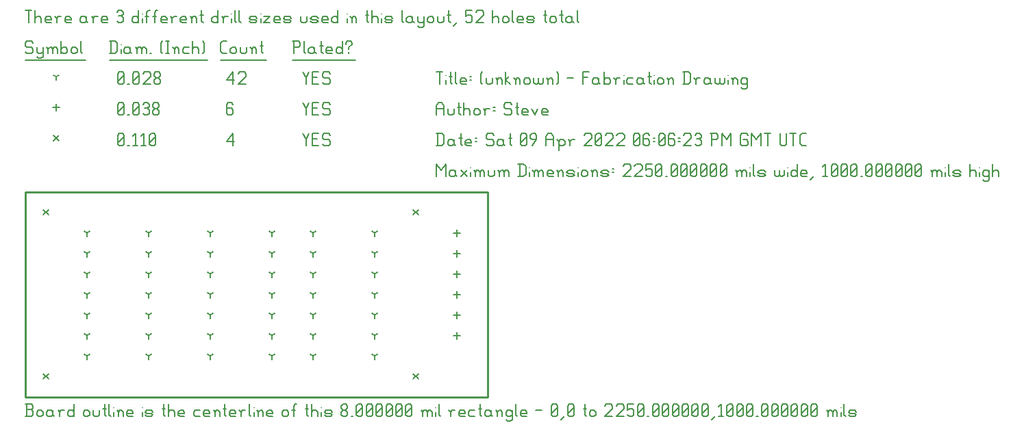
<source format=gbr>
G04 start of page 17 for group -3984 idx -3984 *
G04 Title: (unknown), fab *
G04 Creator: pcb 20140316 *
G04 CreationDate: Sat 09 Apr 2022 06:06:23 PM GMT UTC *
G04 For: steve *
G04 Format: Gerber/RS-274X *
G04 PCB-Dimensions (mil): 2250.00 1000.00 *
G04 PCB-Coordinate-Origin: lower left *
%MOIN*%
%FSLAX25Y25*%
%LNFAB*%
%ADD53C,0.0100*%
%ADD52C,0.0075*%
%ADD51C,0.0060*%
%ADD50C,0.0080*%
G54D50*X188800Y91200D02*X191200Y88800D01*
X188800D02*X191200Y91200D01*
X188800Y11200D02*X191200Y8800D01*
X188800D02*X191200Y11200D01*
X8800Y91200D02*X11200Y88800D01*
X8800D02*X11200Y91200D01*
X8800Y11200D02*X11200Y8800D01*
X8800D02*X11200Y11200D01*
X13800Y127450D02*X16200Y125050D01*
X13800D02*X16200Y127450D01*
G54D51*X135000Y128500D02*X136500Y125500D01*
X138000Y128500D01*
X136500Y125500D02*Y122500D01*
X139800Y125800D02*X142050D01*
X139800Y122500D02*X142800D01*
X139800Y128500D02*Y122500D01*
Y128500D02*X142800D01*
X147600D02*X148350Y127750D01*
X145350Y128500D02*X147600D01*
X144600Y127750D02*X145350Y128500D01*
X144600Y127750D02*Y126250D01*
X145350Y125500D01*
X147600D01*
X148350Y124750D01*
Y123250D01*
X147600Y122500D02*X148350Y123250D01*
X145350Y122500D02*X147600D01*
X144600Y123250D02*X145350Y122500D01*
X98000Y124750D02*X101000Y128500D01*
X98000Y124750D02*X101750D01*
X101000Y128500D02*Y122500D01*
X45000Y123250D02*X45750Y122500D01*
X45000Y127750D02*Y123250D01*
Y127750D02*X45750Y128500D01*
X47250D01*
X48000Y127750D01*
Y123250D01*
X47250Y122500D02*X48000Y123250D01*
X45750Y122500D02*X47250D01*
X45000Y124000D02*X48000Y127000D01*
X49800Y122500D02*X50550D01*
X52350Y127300D02*X53550Y128500D01*
Y122500D01*
X52350D02*X54600D01*
X56400Y127300D02*X57600Y128500D01*
Y122500D01*
X56400D02*X58650D01*
X60450Y123250D02*X61200Y122500D01*
X60450Y127750D02*Y123250D01*
Y127750D02*X61200Y128500D01*
X62700D01*
X63450Y127750D01*
Y123250D01*
X62700Y122500D02*X63450Y123250D01*
X61200Y122500D02*X62700D01*
X60450Y124000D02*X63450Y127000D01*
X210000Y81600D02*Y78400D01*
X208400Y80000D02*X211600D01*
X210000Y71600D02*Y68400D01*
X208400Y70000D02*X211600D01*
X210000Y61600D02*Y58400D01*
X208400Y60000D02*X211600D01*
X210000Y51600D02*Y48400D01*
X208400Y50000D02*X211600D01*
X210000Y41600D02*Y38400D01*
X208400Y40000D02*X211600D01*
X210000Y31600D02*Y28400D01*
X208400Y30000D02*X211600D01*
X15000Y142850D02*Y139650D01*
X13400Y141250D02*X16600D01*
X135000Y143500D02*X136500Y140500D01*
X138000Y143500D01*
X136500Y140500D02*Y137500D01*
X139800Y140800D02*X142050D01*
X139800Y137500D02*X142800D01*
X139800Y143500D02*Y137500D01*
Y143500D02*X142800D01*
X147600D02*X148350Y142750D01*
X145350Y143500D02*X147600D01*
X144600Y142750D02*X145350Y143500D01*
X144600Y142750D02*Y141250D01*
X145350Y140500D01*
X147600D01*
X148350Y139750D01*
Y138250D01*
X147600Y137500D02*X148350Y138250D01*
X145350Y137500D02*X147600D01*
X144600Y138250D02*X145350Y137500D01*
X100250Y143500D02*X101000Y142750D01*
X98750Y143500D02*X100250D01*
X98000Y142750D02*X98750Y143500D01*
X98000Y142750D02*Y138250D01*
X98750Y137500D01*
X100250Y140800D02*X101000Y140050D01*
X98000Y140800D02*X100250D01*
X98750Y137500D02*X100250D01*
X101000Y138250D01*
Y140050D02*Y138250D01*
X45000D02*X45750Y137500D01*
X45000Y142750D02*Y138250D01*
Y142750D02*X45750Y143500D01*
X47250D01*
X48000Y142750D01*
Y138250D01*
X47250Y137500D02*X48000Y138250D01*
X45750Y137500D02*X47250D01*
X45000Y139000D02*X48000Y142000D01*
X49800Y137500D02*X50550D01*
X52350Y138250D02*X53100Y137500D01*
X52350Y142750D02*Y138250D01*
Y142750D02*X53100Y143500D01*
X54600D01*
X55350Y142750D01*
Y138250D01*
X54600Y137500D02*X55350Y138250D01*
X53100Y137500D02*X54600D01*
X52350Y139000D02*X55350Y142000D01*
X57150Y142750D02*X57900Y143500D01*
X59400D01*
X60150Y142750D01*
X59400Y137500D02*X60150Y138250D01*
X57900Y137500D02*X59400D01*
X57150Y138250D02*X57900Y137500D01*
Y140800D02*X59400D01*
X60150Y142750D02*Y141550D01*
Y140050D02*Y138250D01*
Y140050D02*X59400Y140800D01*
X60150Y141550D02*X59400Y140800D01*
X61950Y138250D02*X62700Y137500D01*
X61950Y139450D02*Y138250D01*
Y139450D02*X63000Y140500D01*
X63900D01*
X64950Y139450D01*
Y138250D01*
X64200Y137500D02*X64950Y138250D01*
X62700Y137500D02*X64200D01*
X61950Y141550D02*X63000Y140500D01*
X61950Y142750D02*Y141550D01*
Y142750D02*X62700Y143500D01*
X64200D01*
X64950Y142750D01*
Y141550D01*
X63900Y140500D02*X64950Y141550D01*
X30000Y80000D02*Y78400D01*
Y80000D02*X31387Y80800D01*
X30000Y80000D02*X28613Y80800D01*
X30000Y70000D02*Y68400D01*
Y70000D02*X31387Y70800D01*
X30000Y70000D02*X28613Y70800D01*
X30000Y60000D02*Y58400D01*
Y60000D02*X31387Y60800D01*
X30000Y60000D02*X28613Y60800D01*
X30000Y50000D02*Y48400D01*
Y50000D02*X31387Y50800D01*
X30000Y50000D02*X28613Y50800D01*
X30000Y40000D02*Y38400D01*
Y40000D02*X31387Y40800D01*
X30000Y40000D02*X28613Y40800D01*
X30000Y30000D02*Y28400D01*
Y30000D02*X31387Y30800D01*
X30000Y30000D02*X28613Y30800D01*
X30000Y20000D02*Y18400D01*
Y20000D02*X31387Y20800D01*
X30000Y20000D02*X28613Y20800D01*
X60000Y20000D02*Y18400D01*
Y20000D02*X61387Y20800D01*
X60000Y20000D02*X58613Y20800D01*
X60000Y30000D02*Y28400D01*
Y30000D02*X61387Y30800D01*
X60000Y30000D02*X58613Y30800D01*
X60000Y40000D02*Y38400D01*
Y40000D02*X61387Y40800D01*
X60000Y40000D02*X58613Y40800D01*
X60000Y50000D02*Y48400D01*
Y50000D02*X61387Y50800D01*
X60000Y50000D02*X58613Y50800D01*
X60000Y60000D02*Y58400D01*
Y60000D02*X61387Y60800D01*
X60000Y60000D02*X58613Y60800D01*
X60000Y70000D02*Y68400D01*
Y70000D02*X61387Y70800D01*
X60000Y70000D02*X58613Y70800D01*
X60000Y80000D02*Y78400D01*
Y80000D02*X61387Y80800D01*
X60000Y80000D02*X58613Y80800D01*
X90000Y80000D02*Y78400D01*
Y80000D02*X91387Y80800D01*
X90000Y80000D02*X88613Y80800D01*
X90000Y70000D02*Y68400D01*
Y70000D02*X91387Y70800D01*
X90000Y70000D02*X88613Y70800D01*
X90000Y60000D02*Y58400D01*
Y60000D02*X91387Y60800D01*
X90000Y60000D02*X88613Y60800D01*
X90000Y50000D02*Y48400D01*
Y50000D02*X91387Y50800D01*
X90000Y50000D02*X88613Y50800D01*
X90000Y40000D02*Y38400D01*
Y40000D02*X91387Y40800D01*
X90000Y40000D02*X88613Y40800D01*
X90000Y30000D02*Y28400D01*
Y30000D02*X91387Y30800D01*
X90000Y30000D02*X88613Y30800D01*
X90000Y20000D02*Y18400D01*
Y20000D02*X91387Y20800D01*
X90000Y20000D02*X88613Y20800D01*
X120000Y20000D02*Y18400D01*
Y20000D02*X121387Y20800D01*
X120000Y20000D02*X118613Y20800D01*
X120000Y30000D02*Y28400D01*
Y30000D02*X121387Y30800D01*
X120000Y30000D02*X118613Y30800D01*
X120000Y40000D02*Y38400D01*
Y40000D02*X121387Y40800D01*
X120000Y40000D02*X118613Y40800D01*
X120000Y50000D02*Y48400D01*
Y50000D02*X121387Y50800D01*
X120000Y50000D02*X118613Y50800D01*
X120000Y60000D02*Y58400D01*
Y60000D02*X121387Y60800D01*
X120000Y60000D02*X118613Y60800D01*
X120000Y70000D02*Y68400D01*
Y70000D02*X121387Y70800D01*
X120000Y70000D02*X118613Y70800D01*
X120000Y80000D02*Y78400D01*
Y80000D02*X121387Y80800D01*
X120000Y80000D02*X118613Y80800D01*
X140000Y80000D02*Y78400D01*
Y80000D02*X141387Y80800D01*
X140000Y80000D02*X138613Y80800D01*
X140000Y70000D02*Y68400D01*
Y70000D02*X141387Y70800D01*
X140000Y70000D02*X138613Y70800D01*
X140000Y60000D02*Y58400D01*
Y60000D02*X141387Y60800D01*
X140000Y60000D02*X138613Y60800D01*
X140000Y50000D02*Y48400D01*
Y50000D02*X141387Y50800D01*
X140000Y50000D02*X138613Y50800D01*
X140000Y40000D02*Y38400D01*
Y40000D02*X141387Y40800D01*
X140000Y40000D02*X138613Y40800D01*
X140000Y30000D02*Y28400D01*
Y30000D02*X141387Y30800D01*
X140000Y30000D02*X138613Y30800D01*
X140000Y20000D02*Y18400D01*
Y20000D02*X141387Y20800D01*
X140000Y20000D02*X138613Y20800D01*
X170000Y20000D02*Y18400D01*
Y20000D02*X171387Y20800D01*
X170000Y20000D02*X168613Y20800D01*
X170000Y30000D02*Y28400D01*
Y30000D02*X171387Y30800D01*
X170000Y30000D02*X168613Y30800D01*
X170000Y40000D02*Y38400D01*
Y40000D02*X171387Y40800D01*
X170000Y40000D02*X168613Y40800D01*
X170000Y50000D02*Y48400D01*
Y50000D02*X171387Y50800D01*
X170000Y50000D02*X168613Y50800D01*
X170000Y60000D02*Y58400D01*
Y60000D02*X171387Y60800D01*
X170000Y60000D02*X168613Y60800D01*
X170000Y70000D02*Y68400D01*
Y70000D02*X171387Y70800D01*
X170000Y70000D02*X168613Y70800D01*
X170000Y80000D02*Y78400D01*
Y80000D02*X171387Y80800D01*
X170000Y80000D02*X168613Y80800D01*
X15000Y156250D02*Y154650D01*
Y156250D02*X16387Y157050D01*
X15000Y156250D02*X13613Y157050D01*
X135000Y158500D02*X136500Y155500D01*
X138000Y158500D01*
X136500Y155500D02*Y152500D01*
X139800Y155800D02*X142050D01*
X139800Y152500D02*X142800D01*
X139800Y158500D02*Y152500D01*
Y158500D02*X142800D01*
X147600D02*X148350Y157750D01*
X145350Y158500D02*X147600D01*
X144600Y157750D02*X145350Y158500D01*
X144600Y157750D02*Y156250D01*
X145350Y155500D01*
X147600D01*
X148350Y154750D01*
Y153250D01*
X147600Y152500D02*X148350Y153250D01*
X145350Y152500D02*X147600D01*
X144600Y153250D02*X145350Y152500D01*
X98000Y154750D02*X101000Y158500D01*
X98000Y154750D02*X101750D01*
X101000Y158500D02*Y152500D01*
X103550Y157750D02*X104300Y158500D01*
X106550D01*
X107300Y157750D01*
Y156250D01*
X103550Y152500D02*X107300Y156250D01*
X103550Y152500D02*X107300D01*
X45000Y153250D02*X45750Y152500D01*
X45000Y157750D02*Y153250D01*
Y157750D02*X45750Y158500D01*
X47250D01*
X48000Y157750D01*
Y153250D01*
X47250Y152500D02*X48000Y153250D01*
X45750Y152500D02*X47250D01*
X45000Y154000D02*X48000Y157000D01*
X49800Y152500D02*X50550D01*
X52350Y153250D02*X53100Y152500D01*
X52350Y157750D02*Y153250D01*
Y157750D02*X53100Y158500D01*
X54600D01*
X55350Y157750D01*
Y153250D01*
X54600Y152500D02*X55350Y153250D01*
X53100Y152500D02*X54600D01*
X52350Y154000D02*X55350Y157000D01*
X57150Y157750D02*X57900Y158500D01*
X60150D01*
X60900Y157750D01*
Y156250D01*
X57150Y152500D02*X60900Y156250D01*
X57150Y152500D02*X60900D01*
X62700Y153250D02*X63450Y152500D01*
X62700Y154450D02*Y153250D01*
Y154450D02*X63750Y155500D01*
X64650D01*
X65700Y154450D01*
Y153250D01*
X64950Y152500D02*X65700Y153250D01*
X63450Y152500D02*X64950D01*
X62700Y156550D02*X63750Y155500D01*
X62700Y157750D02*Y156550D01*
Y157750D02*X63450Y158500D01*
X64950D01*
X65700Y157750D01*
Y156550D01*
X64650Y155500D02*X65700Y156550D01*
X3000Y173500D02*X3750Y172750D01*
X750Y173500D02*X3000D01*
X0Y172750D02*X750Y173500D01*
X0Y172750D02*Y171250D01*
X750Y170500D01*
X3000D01*
X3750Y169750D01*
Y168250D01*
X3000Y167500D02*X3750Y168250D01*
X750Y167500D02*X3000D01*
X0Y168250D02*X750Y167500D01*
X5550Y170500D02*Y168250D01*
X6300Y167500D01*
X8550Y170500D02*Y166000D01*
X7800Y165250D02*X8550Y166000D01*
X6300Y165250D02*X7800D01*
X5550Y166000D02*X6300Y165250D01*
Y167500D02*X7800D01*
X8550Y168250D01*
X11100Y169750D02*Y167500D01*
Y169750D02*X11850Y170500D01*
X12600D01*
X13350Y169750D01*
Y167500D01*
Y169750D02*X14100Y170500D01*
X14850D01*
X15600Y169750D01*
Y167500D01*
X10350Y170500D02*X11100Y169750D01*
X17400Y173500D02*Y167500D01*
Y168250D02*X18150Y167500D01*
X19650D01*
X20400Y168250D01*
Y169750D02*Y168250D01*
X19650Y170500D02*X20400Y169750D01*
X18150Y170500D02*X19650D01*
X17400Y169750D02*X18150Y170500D01*
X22200Y169750D02*Y168250D01*
Y169750D02*X22950Y170500D01*
X24450D01*
X25200Y169750D01*
Y168250D01*
X24450Y167500D02*X25200Y168250D01*
X22950Y167500D02*X24450D01*
X22200Y168250D02*X22950Y167500D01*
X27000Y173500D02*Y168250D01*
X27750Y167500D01*
X0Y164250D02*X29250D01*
X41750Y173500D02*Y167500D01*
X43700Y173500D02*X44750Y172450D01*
Y168550D01*
X43700Y167500D02*X44750Y168550D01*
X41000Y167500D02*X43700D01*
X41000Y173500D02*X43700D01*
G54D52*X46550Y172000D02*Y171850D01*
G54D51*Y169750D02*Y167500D01*
X50300Y170500D02*X51050Y169750D01*
X48800Y170500D02*X50300D01*
X48050Y169750D02*X48800Y170500D01*
X48050Y169750D02*Y168250D01*
X48800Y167500D01*
X51050Y170500D02*Y168250D01*
X51800Y167500D01*
X48800D02*X50300D01*
X51050Y168250D01*
X54350Y169750D02*Y167500D01*
Y169750D02*X55100Y170500D01*
X55850D01*
X56600Y169750D01*
Y167500D01*
Y169750D02*X57350Y170500D01*
X58100D01*
X58850Y169750D01*
Y167500D01*
X53600Y170500D02*X54350Y169750D01*
X60650Y167500D02*X61400D01*
X65900Y168250D02*X66650Y167500D01*
X65900Y172750D02*X66650Y173500D01*
X65900Y172750D02*Y168250D01*
X68450Y173500D02*X69950D01*
X69200D02*Y167500D01*
X68450D02*X69950D01*
X72500Y169750D02*Y167500D01*
Y169750D02*X73250Y170500D01*
X74000D01*
X74750Y169750D01*
Y167500D01*
X71750Y170500D02*X72500Y169750D01*
X77300Y170500D02*X79550D01*
X76550Y169750D02*X77300Y170500D01*
X76550Y169750D02*Y168250D01*
X77300Y167500D01*
X79550D01*
X81350Y173500D02*Y167500D01*
Y169750D02*X82100Y170500D01*
X83600D01*
X84350Y169750D01*
Y167500D01*
X86150Y173500D02*X86900Y172750D01*
Y168250D01*
X86150Y167500D02*X86900Y168250D01*
X41000Y164250D02*X88700D01*
X96050Y167500D02*X98000D01*
X95000Y168550D02*X96050Y167500D01*
X95000Y172450D02*Y168550D01*
Y172450D02*X96050Y173500D01*
X98000D01*
X99800Y169750D02*Y168250D01*
Y169750D02*X100550Y170500D01*
X102050D01*
X102800Y169750D01*
Y168250D01*
X102050Y167500D02*X102800Y168250D01*
X100550Y167500D02*X102050D01*
X99800Y168250D02*X100550Y167500D01*
X104600Y170500D02*Y168250D01*
X105350Y167500D01*
X106850D01*
X107600Y168250D01*
Y170500D02*Y168250D01*
X110150Y169750D02*Y167500D01*
Y169750D02*X110900Y170500D01*
X111650D01*
X112400Y169750D01*
Y167500D01*
X109400Y170500D02*X110150Y169750D01*
X114950Y173500D02*Y168250D01*
X115700Y167500D01*
X114200Y171250D02*X115700D01*
X95000Y164250D02*X117200D01*
X130750Y173500D02*Y167500D01*
X130000Y173500D02*X133000D01*
X133750Y172750D01*
Y171250D01*
X133000Y170500D02*X133750Y171250D01*
X130750Y170500D02*X133000D01*
X135550Y173500D02*Y168250D01*
X136300Y167500D01*
X140050Y170500D02*X140800Y169750D01*
X138550Y170500D02*X140050D01*
X137800Y169750D02*X138550Y170500D01*
X137800Y169750D02*Y168250D01*
X138550Y167500D01*
X140800Y170500D02*Y168250D01*
X141550Y167500D01*
X138550D02*X140050D01*
X140800Y168250D01*
X144100Y173500D02*Y168250D01*
X144850Y167500D01*
X143350Y171250D02*X144850D01*
X147100Y167500D02*X149350D01*
X146350Y168250D02*X147100Y167500D01*
X146350Y169750D02*Y168250D01*
Y169750D02*X147100Y170500D01*
X148600D01*
X149350Y169750D01*
X146350Y169000D02*X149350D01*
Y169750D02*Y169000D01*
X154150Y173500D02*Y167500D01*
X153400D02*X154150Y168250D01*
X151900Y167500D02*X153400D01*
X151150Y168250D02*X151900Y167500D01*
X151150Y169750D02*Y168250D01*
Y169750D02*X151900Y170500D01*
X153400D01*
X154150Y169750D01*
X157450Y170500D02*Y169750D01*
Y168250D02*Y167500D01*
X155950Y172750D02*Y172000D01*
Y172750D02*X156700Y173500D01*
X158200D01*
X158950Y172750D01*
Y172000D01*
X157450Y170500D02*X158950Y172000D01*
X130000Y164250D02*X160750D01*
X0Y188500D02*X3000D01*
X1500D02*Y182500D01*
X4800Y188500D02*Y182500D01*
Y184750D02*X5550Y185500D01*
X7050D01*
X7800Y184750D01*
Y182500D01*
X10350D02*X12600D01*
X9600Y183250D02*X10350Y182500D01*
X9600Y184750D02*Y183250D01*
Y184750D02*X10350Y185500D01*
X11850D01*
X12600Y184750D01*
X9600Y184000D02*X12600D01*
Y184750D02*Y184000D01*
X15150Y184750D02*Y182500D01*
Y184750D02*X15900Y185500D01*
X17400D01*
X14400D02*X15150Y184750D01*
X19950Y182500D02*X22200D01*
X19200Y183250D02*X19950Y182500D01*
X19200Y184750D02*Y183250D01*
Y184750D02*X19950Y185500D01*
X21450D01*
X22200Y184750D01*
X19200Y184000D02*X22200D01*
Y184750D02*Y184000D01*
X28950Y185500D02*X29700Y184750D01*
X27450Y185500D02*X28950D01*
X26700Y184750D02*X27450Y185500D01*
X26700Y184750D02*Y183250D01*
X27450Y182500D01*
X29700Y185500D02*Y183250D01*
X30450Y182500D01*
X27450D02*X28950D01*
X29700Y183250D01*
X33000Y184750D02*Y182500D01*
Y184750D02*X33750Y185500D01*
X35250D01*
X32250D02*X33000Y184750D01*
X37800Y182500D02*X40050D01*
X37050Y183250D02*X37800Y182500D01*
X37050Y184750D02*Y183250D01*
Y184750D02*X37800Y185500D01*
X39300D01*
X40050Y184750D01*
X37050Y184000D02*X40050D01*
Y184750D02*Y184000D01*
X44550Y187750D02*X45300Y188500D01*
X46800D01*
X47550Y187750D01*
X46800Y182500D02*X47550Y183250D01*
X45300Y182500D02*X46800D01*
X44550Y183250D02*X45300Y182500D01*
Y185800D02*X46800D01*
X47550Y187750D02*Y186550D01*
Y185050D02*Y183250D01*
Y185050D02*X46800Y185800D01*
X47550Y186550D02*X46800Y185800D01*
X55050Y188500D02*Y182500D01*
X54300D02*X55050Y183250D01*
X52800Y182500D02*X54300D01*
X52050Y183250D02*X52800Y182500D01*
X52050Y184750D02*Y183250D01*
Y184750D02*X52800Y185500D01*
X54300D01*
X55050Y184750D01*
G54D52*X56850Y187000D02*Y186850D01*
G54D51*Y184750D02*Y182500D01*
X59100Y187750D02*Y182500D01*
Y187750D02*X59850Y188500D01*
X60600D01*
X58350Y185500D02*X59850D01*
X62850Y187750D02*Y182500D01*
Y187750D02*X63600Y188500D01*
X64350D01*
X62100Y185500D02*X63600D01*
X66600Y182500D02*X68850D01*
X65850Y183250D02*X66600Y182500D01*
X65850Y184750D02*Y183250D01*
Y184750D02*X66600Y185500D01*
X68100D01*
X68850Y184750D01*
X65850Y184000D02*X68850D01*
Y184750D02*Y184000D01*
X71400Y184750D02*Y182500D01*
Y184750D02*X72150Y185500D01*
X73650D01*
X70650D02*X71400Y184750D01*
X76200Y182500D02*X78450D01*
X75450Y183250D02*X76200Y182500D01*
X75450Y184750D02*Y183250D01*
Y184750D02*X76200Y185500D01*
X77700D01*
X78450Y184750D01*
X75450Y184000D02*X78450D01*
Y184750D02*Y184000D01*
X81000Y184750D02*Y182500D01*
Y184750D02*X81750Y185500D01*
X82500D01*
X83250Y184750D01*
Y182500D01*
X80250Y185500D02*X81000Y184750D01*
X85800Y188500D02*Y183250D01*
X86550Y182500D01*
X85050Y186250D02*X86550D01*
X93750Y188500D02*Y182500D01*
X93000D02*X93750Y183250D01*
X91500Y182500D02*X93000D01*
X90750Y183250D02*X91500Y182500D01*
X90750Y184750D02*Y183250D01*
Y184750D02*X91500Y185500D01*
X93000D01*
X93750Y184750D01*
X96300D02*Y182500D01*
Y184750D02*X97050Y185500D01*
X98550D01*
X95550D02*X96300Y184750D01*
G54D52*X100350Y187000D02*Y186850D01*
G54D51*Y184750D02*Y182500D01*
X101850Y188500D02*Y183250D01*
X102600Y182500D01*
X104100Y188500D02*Y183250D01*
X104850Y182500D01*
X109800D02*X112050D01*
X112800Y183250D01*
X112050Y184000D02*X112800Y183250D01*
X109800Y184000D02*X112050D01*
X109050Y184750D02*X109800Y184000D01*
X109050Y184750D02*X109800Y185500D01*
X112050D01*
X112800Y184750D01*
X109050Y183250D02*X109800Y182500D01*
G54D52*X114600Y187000D02*Y186850D01*
G54D51*Y184750D02*Y182500D01*
X116100Y185500D02*X119100D01*
X116100Y182500D02*X119100Y185500D01*
X116100Y182500D02*X119100D01*
X121650D02*X123900D01*
X120900Y183250D02*X121650Y182500D01*
X120900Y184750D02*Y183250D01*
Y184750D02*X121650Y185500D01*
X123150D01*
X123900Y184750D01*
X120900Y184000D02*X123900D01*
Y184750D02*Y184000D01*
X126450Y182500D02*X128700D01*
X129450Y183250D01*
X128700Y184000D02*X129450Y183250D01*
X126450Y184000D02*X128700D01*
X125700Y184750D02*X126450Y184000D01*
X125700Y184750D02*X126450Y185500D01*
X128700D01*
X129450Y184750D01*
X125700Y183250D02*X126450Y182500D01*
X133950Y185500D02*Y183250D01*
X134700Y182500D01*
X136200D01*
X136950Y183250D01*
Y185500D02*Y183250D01*
X139500Y182500D02*X141750D01*
X142500Y183250D01*
X141750Y184000D02*X142500Y183250D01*
X139500Y184000D02*X141750D01*
X138750Y184750D02*X139500Y184000D01*
X138750Y184750D02*X139500Y185500D01*
X141750D01*
X142500Y184750D01*
X138750Y183250D02*X139500Y182500D01*
X145050D02*X147300D01*
X144300Y183250D02*X145050Y182500D01*
X144300Y184750D02*Y183250D01*
Y184750D02*X145050Y185500D01*
X146550D01*
X147300Y184750D01*
X144300Y184000D02*X147300D01*
Y184750D02*Y184000D01*
X152100Y188500D02*Y182500D01*
X151350D02*X152100Y183250D01*
X149850Y182500D02*X151350D01*
X149100Y183250D02*X149850Y182500D01*
X149100Y184750D02*Y183250D01*
Y184750D02*X149850Y185500D01*
X151350D01*
X152100Y184750D01*
G54D52*X156600Y187000D02*Y186850D01*
G54D51*Y184750D02*Y182500D01*
X158850Y184750D02*Y182500D01*
Y184750D02*X159600Y185500D01*
X160350D01*
X161100Y184750D01*
Y182500D01*
X158100Y185500D02*X158850Y184750D01*
X166350Y188500D02*Y183250D01*
X167100Y182500D01*
X165600Y186250D02*X167100D01*
X168600Y188500D02*Y182500D01*
Y184750D02*X169350Y185500D01*
X170850D01*
X171600Y184750D01*
Y182500D01*
G54D52*X173400Y187000D02*Y186850D01*
G54D51*Y184750D02*Y182500D01*
X175650D02*X177900D01*
X178650Y183250D01*
X177900Y184000D02*X178650Y183250D01*
X175650Y184000D02*X177900D01*
X174900Y184750D02*X175650Y184000D01*
X174900Y184750D02*X175650Y185500D01*
X177900D01*
X178650Y184750D01*
X174900Y183250D02*X175650Y182500D01*
X183150Y188500D02*Y183250D01*
X183900Y182500D01*
X187650Y185500D02*X188400Y184750D01*
X186150Y185500D02*X187650D01*
X185400Y184750D02*X186150Y185500D01*
X185400Y184750D02*Y183250D01*
X186150Y182500D01*
X188400Y185500D02*Y183250D01*
X189150Y182500D01*
X186150D02*X187650D01*
X188400Y183250D01*
X190950Y185500D02*Y183250D01*
X191700Y182500D01*
X193950Y185500D02*Y181000D01*
X193200Y180250D02*X193950Y181000D01*
X191700Y180250D02*X193200D01*
X190950Y181000D02*X191700Y180250D01*
Y182500D02*X193200D01*
X193950Y183250D01*
X195750Y184750D02*Y183250D01*
Y184750D02*X196500Y185500D01*
X198000D01*
X198750Y184750D01*
Y183250D01*
X198000Y182500D02*X198750Y183250D01*
X196500Y182500D02*X198000D01*
X195750Y183250D02*X196500Y182500D01*
X200550Y185500D02*Y183250D01*
X201300Y182500D01*
X202800D01*
X203550Y183250D01*
Y185500D02*Y183250D01*
X206100Y188500D02*Y183250D01*
X206850Y182500D01*
X205350Y186250D02*X206850D01*
X208350Y181000D02*X209850Y182500D01*
X214350Y188500D02*X217350D01*
X214350D02*Y185500D01*
X215100Y186250D01*
X216600D01*
X217350Y185500D01*
Y183250D01*
X216600Y182500D02*X217350Y183250D01*
X215100Y182500D02*X216600D01*
X214350Y183250D02*X215100Y182500D01*
X219150Y187750D02*X219900Y188500D01*
X222150D01*
X222900Y187750D01*
Y186250D01*
X219150Y182500D02*X222900Y186250D01*
X219150Y182500D02*X222900D01*
X227400Y188500D02*Y182500D01*
Y184750D02*X228150Y185500D01*
X229650D01*
X230400Y184750D01*
Y182500D01*
X232200Y184750D02*Y183250D01*
Y184750D02*X232950Y185500D01*
X234450D01*
X235200Y184750D01*
Y183250D01*
X234450Y182500D02*X235200Y183250D01*
X232950Y182500D02*X234450D01*
X232200Y183250D02*X232950Y182500D01*
X237000Y188500D02*Y183250D01*
X237750Y182500D01*
X240000D02*X242250D01*
X239250Y183250D02*X240000Y182500D01*
X239250Y184750D02*Y183250D01*
Y184750D02*X240000Y185500D01*
X241500D01*
X242250Y184750D01*
X239250Y184000D02*X242250D01*
Y184750D02*Y184000D01*
X244800Y182500D02*X247050D01*
X247800Y183250D01*
X247050Y184000D02*X247800Y183250D01*
X244800Y184000D02*X247050D01*
X244050Y184750D02*X244800Y184000D01*
X244050Y184750D02*X244800Y185500D01*
X247050D01*
X247800Y184750D01*
X244050Y183250D02*X244800Y182500D01*
X253050Y188500D02*Y183250D01*
X253800Y182500D01*
X252300Y186250D02*X253800D01*
X255300Y184750D02*Y183250D01*
Y184750D02*X256050Y185500D01*
X257550D01*
X258300Y184750D01*
Y183250D01*
X257550Y182500D02*X258300Y183250D01*
X256050Y182500D02*X257550D01*
X255300Y183250D02*X256050Y182500D01*
X260850Y188500D02*Y183250D01*
X261600Y182500D01*
X260100Y186250D02*X261600D01*
X265350Y185500D02*X266100Y184750D01*
X263850Y185500D02*X265350D01*
X263100Y184750D02*X263850Y185500D01*
X263100Y184750D02*Y183250D01*
X263850Y182500D01*
X266100Y185500D02*Y183250D01*
X266850Y182500D01*
X263850D02*X265350D01*
X266100Y183250D01*
X268650Y188500D02*Y183250D01*
X269400Y182500D01*
G54D53*X0Y100000D02*X225000D01*
X0D02*Y0D01*
X225000Y100000D02*Y0D01*
X0D02*X225000D01*
G54D51*X200000Y113500D02*Y107500D01*
Y113500D02*X202250Y110500D01*
X204500Y113500D01*
Y107500D01*
X208550Y110500D02*X209300Y109750D01*
X207050Y110500D02*X208550D01*
X206300Y109750D02*X207050Y110500D01*
X206300Y109750D02*Y108250D01*
X207050Y107500D01*
X209300Y110500D02*Y108250D01*
X210050Y107500D01*
X207050D02*X208550D01*
X209300Y108250D01*
X211850Y110500D02*X214850Y107500D01*
X211850D02*X214850Y110500D01*
G54D52*X216650Y112000D02*Y111850D01*
G54D51*Y109750D02*Y107500D01*
X218900Y109750D02*Y107500D01*
Y109750D02*X219650Y110500D01*
X220400D01*
X221150Y109750D01*
Y107500D01*
Y109750D02*X221900Y110500D01*
X222650D01*
X223400Y109750D01*
Y107500D01*
X218150Y110500D02*X218900Y109750D01*
X225200Y110500D02*Y108250D01*
X225950Y107500D01*
X227450D01*
X228200Y108250D01*
Y110500D02*Y108250D01*
X230750Y109750D02*Y107500D01*
Y109750D02*X231500Y110500D01*
X232250D01*
X233000Y109750D01*
Y107500D01*
Y109750D02*X233750Y110500D01*
X234500D01*
X235250Y109750D01*
Y107500D01*
X230000Y110500D02*X230750Y109750D01*
X240500Y113500D02*Y107500D01*
X242450Y113500D02*X243500Y112450D01*
Y108550D01*
X242450Y107500D02*X243500Y108550D01*
X239750Y107500D02*X242450D01*
X239750Y113500D02*X242450D01*
G54D52*X245300Y112000D02*Y111850D01*
G54D51*Y109750D02*Y107500D01*
X247550Y109750D02*Y107500D01*
Y109750D02*X248300Y110500D01*
X249050D01*
X249800Y109750D01*
Y107500D01*
Y109750D02*X250550Y110500D01*
X251300D01*
X252050Y109750D01*
Y107500D01*
X246800Y110500D02*X247550Y109750D01*
X254600Y107500D02*X256850D01*
X253850Y108250D02*X254600Y107500D01*
X253850Y109750D02*Y108250D01*
Y109750D02*X254600Y110500D01*
X256100D01*
X256850Y109750D01*
X253850Y109000D02*X256850D01*
Y109750D02*Y109000D01*
X259400Y109750D02*Y107500D01*
Y109750D02*X260150Y110500D01*
X260900D01*
X261650Y109750D01*
Y107500D01*
X258650Y110500D02*X259400Y109750D01*
X264200Y107500D02*X266450D01*
X267200Y108250D01*
X266450Y109000D02*X267200Y108250D01*
X264200Y109000D02*X266450D01*
X263450Y109750D02*X264200Y109000D01*
X263450Y109750D02*X264200Y110500D01*
X266450D01*
X267200Y109750D01*
X263450Y108250D02*X264200Y107500D01*
G54D52*X269000Y112000D02*Y111850D01*
G54D51*Y109750D02*Y107500D01*
X270500Y109750D02*Y108250D01*
Y109750D02*X271250Y110500D01*
X272750D01*
X273500Y109750D01*
Y108250D01*
X272750Y107500D02*X273500Y108250D01*
X271250Y107500D02*X272750D01*
X270500Y108250D02*X271250Y107500D01*
X276050Y109750D02*Y107500D01*
Y109750D02*X276800Y110500D01*
X277550D01*
X278300Y109750D01*
Y107500D01*
X275300Y110500D02*X276050Y109750D01*
X280850Y107500D02*X283100D01*
X283850Y108250D01*
X283100Y109000D02*X283850Y108250D01*
X280850Y109000D02*X283100D01*
X280100Y109750D02*X280850Y109000D01*
X280100Y109750D02*X280850Y110500D01*
X283100D01*
X283850Y109750D01*
X280100Y108250D02*X280850Y107500D01*
X285650Y111250D02*X286400D01*
X285650Y109750D02*X286400D01*
X290900Y112750D02*X291650Y113500D01*
X293900D01*
X294650Y112750D01*
Y111250D01*
X290900Y107500D02*X294650Y111250D01*
X290900Y107500D02*X294650D01*
X296450Y112750D02*X297200Y113500D01*
X299450D01*
X300200Y112750D01*
Y111250D01*
X296450Y107500D02*X300200Y111250D01*
X296450Y107500D02*X300200D01*
X302000Y113500D02*X305000D01*
X302000D02*Y110500D01*
X302750Y111250D01*
X304250D01*
X305000Y110500D01*
Y108250D01*
X304250Y107500D02*X305000Y108250D01*
X302750Y107500D02*X304250D01*
X302000Y108250D02*X302750Y107500D01*
X306800Y108250D02*X307550Y107500D01*
X306800Y112750D02*Y108250D01*
Y112750D02*X307550Y113500D01*
X309050D01*
X309800Y112750D01*
Y108250D01*
X309050Y107500D02*X309800Y108250D01*
X307550Y107500D02*X309050D01*
X306800Y109000D02*X309800Y112000D01*
X311600Y107500D02*X312350D01*
X314150Y108250D02*X314900Y107500D01*
X314150Y112750D02*Y108250D01*
Y112750D02*X314900Y113500D01*
X316400D01*
X317150Y112750D01*
Y108250D01*
X316400Y107500D02*X317150Y108250D01*
X314900Y107500D02*X316400D01*
X314150Y109000D02*X317150Y112000D01*
X318950Y108250D02*X319700Y107500D01*
X318950Y112750D02*Y108250D01*
Y112750D02*X319700Y113500D01*
X321200D01*
X321950Y112750D01*
Y108250D01*
X321200Y107500D02*X321950Y108250D01*
X319700Y107500D02*X321200D01*
X318950Y109000D02*X321950Y112000D01*
X323750Y108250D02*X324500Y107500D01*
X323750Y112750D02*Y108250D01*
Y112750D02*X324500Y113500D01*
X326000D01*
X326750Y112750D01*
Y108250D01*
X326000Y107500D02*X326750Y108250D01*
X324500Y107500D02*X326000D01*
X323750Y109000D02*X326750Y112000D01*
X328550Y108250D02*X329300Y107500D01*
X328550Y112750D02*Y108250D01*
Y112750D02*X329300Y113500D01*
X330800D01*
X331550Y112750D01*
Y108250D01*
X330800Y107500D02*X331550Y108250D01*
X329300Y107500D02*X330800D01*
X328550Y109000D02*X331550Y112000D01*
X333350Y108250D02*X334100Y107500D01*
X333350Y112750D02*Y108250D01*
Y112750D02*X334100Y113500D01*
X335600D01*
X336350Y112750D01*
Y108250D01*
X335600Y107500D02*X336350Y108250D01*
X334100Y107500D02*X335600D01*
X333350Y109000D02*X336350Y112000D01*
X338150Y108250D02*X338900Y107500D01*
X338150Y112750D02*Y108250D01*
Y112750D02*X338900Y113500D01*
X340400D01*
X341150Y112750D01*
Y108250D01*
X340400Y107500D02*X341150Y108250D01*
X338900Y107500D02*X340400D01*
X338150Y109000D02*X341150Y112000D01*
X346400Y109750D02*Y107500D01*
Y109750D02*X347150Y110500D01*
X347900D01*
X348650Y109750D01*
Y107500D01*
Y109750D02*X349400Y110500D01*
X350150D01*
X350900Y109750D01*
Y107500D01*
X345650Y110500D02*X346400Y109750D01*
G54D52*X352700Y112000D02*Y111850D01*
G54D51*Y109750D02*Y107500D01*
X354200Y113500D02*Y108250D01*
X354950Y107500D01*
X357200D02*X359450D01*
X360200Y108250D01*
X359450Y109000D02*X360200Y108250D01*
X357200Y109000D02*X359450D01*
X356450Y109750D02*X357200Y109000D01*
X356450Y109750D02*X357200Y110500D01*
X359450D01*
X360200Y109750D01*
X356450Y108250D02*X357200Y107500D01*
X364700Y110500D02*Y108250D01*
X365450Y107500D01*
X366200D01*
X366950Y108250D01*
Y110500D02*Y108250D01*
X367700Y107500D01*
X368450D01*
X369200Y108250D01*
Y110500D02*Y108250D01*
G54D52*X371000Y112000D02*Y111850D01*
G54D51*Y109750D02*Y107500D01*
X375500Y113500D02*Y107500D01*
X374750D02*X375500Y108250D01*
X373250Y107500D02*X374750D01*
X372500Y108250D02*X373250Y107500D01*
X372500Y109750D02*Y108250D01*
Y109750D02*X373250Y110500D01*
X374750D01*
X375500Y109750D01*
X378050Y107500D02*X380300D01*
X377300Y108250D02*X378050Y107500D01*
X377300Y109750D02*Y108250D01*
Y109750D02*X378050Y110500D01*
X379550D01*
X380300Y109750D01*
X377300Y109000D02*X380300D01*
Y109750D02*Y109000D01*
X382100Y106000D02*X383600Y107500D01*
X388100Y112300D02*X389300Y113500D01*
Y107500D01*
X388100D02*X390350D01*
X392150Y108250D02*X392900Y107500D01*
X392150Y112750D02*Y108250D01*
Y112750D02*X392900Y113500D01*
X394400D01*
X395150Y112750D01*
Y108250D01*
X394400Y107500D02*X395150Y108250D01*
X392900Y107500D02*X394400D01*
X392150Y109000D02*X395150Y112000D01*
X396950Y108250D02*X397700Y107500D01*
X396950Y112750D02*Y108250D01*
Y112750D02*X397700Y113500D01*
X399200D01*
X399950Y112750D01*
Y108250D01*
X399200Y107500D02*X399950Y108250D01*
X397700Y107500D02*X399200D01*
X396950Y109000D02*X399950Y112000D01*
X401750Y108250D02*X402500Y107500D01*
X401750Y112750D02*Y108250D01*
Y112750D02*X402500Y113500D01*
X404000D01*
X404750Y112750D01*
Y108250D01*
X404000Y107500D02*X404750Y108250D01*
X402500Y107500D02*X404000D01*
X401750Y109000D02*X404750Y112000D01*
X406550Y107500D02*X407300D01*
X409100Y108250D02*X409850Y107500D01*
X409100Y112750D02*Y108250D01*
Y112750D02*X409850Y113500D01*
X411350D01*
X412100Y112750D01*
Y108250D01*
X411350Y107500D02*X412100Y108250D01*
X409850Y107500D02*X411350D01*
X409100Y109000D02*X412100Y112000D01*
X413900Y108250D02*X414650Y107500D01*
X413900Y112750D02*Y108250D01*
Y112750D02*X414650Y113500D01*
X416150D01*
X416900Y112750D01*
Y108250D01*
X416150Y107500D02*X416900Y108250D01*
X414650Y107500D02*X416150D01*
X413900Y109000D02*X416900Y112000D01*
X418700Y108250D02*X419450Y107500D01*
X418700Y112750D02*Y108250D01*
Y112750D02*X419450Y113500D01*
X420950D01*
X421700Y112750D01*
Y108250D01*
X420950Y107500D02*X421700Y108250D01*
X419450Y107500D02*X420950D01*
X418700Y109000D02*X421700Y112000D01*
X423500Y108250D02*X424250Y107500D01*
X423500Y112750D02*Y108250D01*
Y112750D02*X424250Y113500D01*
X425750D01*
X426500Y112750D01*
Y108250D01*
X425750Y107500D02*X426500Y108250D01*
X424250Y107500D02*X425750D01*
X423500Y109000D02*X426500Y112000D01*
X428300Y108250D02*X429050Y107500D01*
X428300Y112750D02*Y108250D01*
Y112750D02*X429050Y113500D01*
X430550D01*
X431300Y112750D01*
Y108250D01*
X430550Y107500D02*X431300Y108250D01*
X429050Y107500D02*X430550D01*
X428300Y109000D02*X431300Y112000D01*
X433100Y108250D02*X433850Y107500D01*
X433100Y112750D02*Y108250D01*
Y112750D02*X433850Y113500D01*
X435350D01*
X436100Y112750D01*
Y108250D01*
X435350Y107500D02*X436100Y108250D01*
X433850Y107500D02*X435350D01*
X433100Y109000D02*X436100Y112000D01*
X441350Y109750D02*Y107500D01*
Y109750D02*X442100Y110500D01*
X442850D01*
X443600Y109750D01*
Y107500D01*
Y109750D02*X444350Y110500D01*
X445100D01*
X445850Y109750D01*
Y107500D01*
X440600Y110500D02*X441350Y109750D01*
G54D52*X447650Y112000D02*Y111850D01*
G54D51*Y109750D02*Y107500D01*
X449150Y113500D02*Y108250D01*
X449900Y107500D01*
X452150D02*X454400D01*
X455150Y108250D01*
X454400Y109000D02*X455150Y108250D01*
X452150Y109000D02*X454400D01*
X451400Y109750D02*X452150Y109000D01*
X451400Y109750D02*X452150Y110500D01*
X454400D01*
X455150Y109750D01*
X451400Y108250D02*X452150Y107500D01*
X459650Y113500D02*Y107500D01*
Y109750D02*X460400Y110500D01*
X461900D01*
X462650Y109750D01*
Y107500D01*
G54D52*X464450Y112000D02*Y111850D01*
G54D51*Y109750D02*Y107500D01*
X468200Y110500D02*X468950Y109750D01*
X466700Y110500D02*X468200D01*
X465950Y109750D02*X466700Y110500D01*
X465950Y109750D02*Y108250D01*
X466700Y107500D01*
X468200D01*
X468950Y108250D01*
X465950Y106000D02*X466700Y105250D01*
X468200D01*
X468950Y106000D01*
Y110500D02*Y106000D01*
X470750Y113500D02*Y107500D01*
Y109750D02*X471500Y110500D01*
X473000D01*
X473750Y109750D01*
Y107500D01*
X0Y-9500D02*X3000D01*
X3750Y-8750D01*
Y-6950D02*Y-8750D01*
X3000Y-6200D02*X3750Y-6950D01*
X750Y-6200D02*X3000D01*
X750Y-3500D02*Y-9500D01*
X0Y-3500D02*X3000D01*
X3750Y-4250D01*
Y-5450D01*
X3000Y-6200D02*X3750Y-5450D01*
X5550Y-7250D02*Y-8750D01*
Y-7250D02*X6300Y-6500D01*
X7800D01*
X8550Y-7250D01*
Y-8750D01*
X7800Y-9500D02*X8550Y-8750D01*
X6300Y-9500D02*X7800D01*
X5550Y-8750D02*X6300Y-9500D01*
X12600Y-6500D02*X13350Y-7250D01*
X11100Y-6500D02*X12600D01*
X10350Y-7250D02*X11100Y-6500D01*
X10350Y-7250D02*Y-8750D01*
X11100Y-9500D01*
X13350Y-6500D02*Y-8750D01*
X14100Y-9500D01*
X11100D02*X12600D01*
X13350Y-8750D01*
X16650Y-7250D02*Y-9500D01*
Y-7250D02*X17400Y-6500D01*
X18900D01*
X15900D02*X16650Y-7250D01*
X23700Y-3500D02*Y-9500D01*
X22950D02*X23700Y-8750D01*
X21450Y-9500D02*X22950D01*
X20700Y-8750D02*X21450Y-9500D01*
X20700Y-7250D02*Y-8750D01*
Y-7250D02*X21450Y-6500D01*
X22950D01*
X23700Y-7250D01*
X28200D02*Y-8750D01*
Y-7250D02*X28950Y-6500D01*
X30450D01*
X31200Y-7250D01*
Y-8750D01*
X30450Y-9500D02*X31200Y-8750D01*
X28950Y-9500D02*X30450D01*
X28200Y-8750D02*X28950Y-9500D01*
X33000Y-6500D02*Y-8750D01*
X33750Y-9500D01*
X35250D01*
X36000Y-8750D01*
Y-6500D02*Y-8750D01*
X38550Y-3500D02*Y-8750D01*
X39300Y-9500D01*
X37800Y-5750D02*X39300D01*
X40800Y-3500D02*Y-8750D01*
X41550Y-9500D01*
G54D52*X43050Y-5000D02*Y-5150D01*
G54D51*Y-7250D02*Y-9500D01*
X45300Y-7250D02*Y-9500D01*
Y-7250D02*X46050Y-6500D01*
X46800D01*
X47550Y-7250D01*
Y-9500D01*
X44550Y-6500D02*X45300Y-7250D01*
X50100Y-9500D02*X52350D01*
X49350Y-8750D02*X50100Y-9500D01*
X49350Y-7250D02*Y-8750D01*
Y-7250D02*X50100Y-6500D01*
X51600D01*
X52350Y-7250D01*
X49350Y-8000D02*X52350D01*
Y-7250D02*Y-8000D01*
G54D52*X56850Y-5000D02*Y-5150D01*
G54D51*Y-7250D02*Y-9500D01*
X59100D02*X61350D01*
X62100Y-8750D01*
X61350Y-8000D02*X62100Y-8750D01*
X59100Y-8000D02*X61350D01*
X58350Y-7250D02*X59100Y-8000D01*
X58350Y-7250D02*X59100Y-6500D01*
X61350D01*
X62100Y-7250D01*
X58350Y-8750D02*X59100Y-9500D01*
X67350Y-3500D02*Y-8750D01*
X68100Y-9500D01*
X66600Y-5750D02*X68100D01*
X69600Y-3500D02*Y-9500D01*
Y-7250D02*X70350Y-6500D01*
X71850D01*
X72600Y-7250D01*
Y-9500D01*
X75150D02*X77400D01*
X74400Y-8750D02*X75150Y-9500D01*
X74400Y-7250D02*Y-8750D01*
Y-7250D02*X75150Y-6500D01*
X76650D01*
X77400Y-7250D01*
X74400Y-8000D02*X77400D01*
Y-7250D02*Y-8000D01*
X82650Y-6500D02*X84900D01*
X81900Y-7250D02*X82650Y-6500D01*
X81900Y-7250D02*Y-8750D01*
X82650Y-9500D01*
X84900D01*
X87450D02*X89700D01*
X86700Y-8750D02*X87450Y-9500D01*
X86700Y-7250D02*Y-8750D01*
Y-7250D02*X87450Y-6500D01*
X88950D01*
X89700Y-7250D01*
X86700Y-8000D02*X89700D01*
Y-7250D02*Y-8000D01*
X92250Y-7250D02*Y-9500D01*
Y-7250D02*X93000Y-6500D01*
X93750D01*
X94500Y-7250D01*
Y-9500D01*
X91500Y-6500D02*X92250Y-7250D01*
X97050Y-3500D02*Y-8750D01*
X97800Y-9500D01*
X96300Y-5750D02*X97800D01*
X100050Y-9500D02*X102300D01*
X99300Y-8750D02*X100050Y-9500D01*
X99300Y-7250D02*Y-8750D01*
Y-7250D02*X100050Y-6500D01*
X101550D01*
X102300Y-7250D01*
X99300Y-8000D02*X102300D01*
Y-7250D02*Y-8000D01*
X104850Y-7250D02*Y-9500D01*
Y-7250D02*X105600Y-6500D01*
X107100D01*
X104100D02*X104850Y-7250D01*
X108900Y-3500D02*Y-8750D01*
X109650Y-9500D01*
G54D52*X111150Y-5000D02*Y-5150D01*
G54D51*Y-7250D02*Y-9500D01*
X113400Y-7250D02*Y-9500D01*
Y-7250D02*X114150Y-6500D01*
X114900D01*
X115650Y-7250D01*
Y-9500D01*
X112650Y-6500D02*X113400Y-7250D01*
X118200Y-9500D02*X120450D01*
X117450Y-8750D02*X118200Y-9500D01*
X117450Y-7250D02*Y-8750D01*
Y-7250D02*X118200Y-6500D01*
X119700D01*
X120450Y-7250D01*
X117450Y-8000D02*X120450D01*
Y-7250D02*Y-8000D01*
X124950Y-7250D02*Y-8750D01*
Y-7250D02*X125700Y-6500D01*
X127200D01*
X127950Y-7250D01*
Y-8750D01*
X127200Y-9500D02*X127950Y-8750D01*
X125700Y-9500D02*X127200D01*
X124950Y-8750D02*X125700Y-9500D01*
X130500Y-4250D02*Y-9500D01*
Y-4250D02*X131250Y-3500D01*
X132000D01*
X129750Y-6500D02*X131250D01*
X136950Y-3500D02*Y-8750D01*
X137700Y-9500D01*
X136200Y-5750D02*X137700D01*
X139200Y-3500D02*Y-9500D01*
Y-7250D02*X139950Y-6500D01*
X141450D01*
X142200Y-7250D01*
Y-9500D01*
G54D52*X144000Y-5000D02*Y-5150D01*
G54D51*Y-7250D02*Y-9500D01*
X146250D02*X148500D01*
X149250Y-8750D01*
X148500Y-8000D02*X149250Y-8750D01*
X146250Y-8000D02*X148500D01*
X145500Y-7250D02*X146250Y-8000D01*
X145500Y-7250D02*X146250Y-6500D01*
X148500D01*
X149250Y-7250D01*
X145500Y-8750D02*X146250Y-9500D01*
X153750Y-8750D02*X154500Y-9500D01*
X153750Y-7550D02*Y-8750D01*
Y-7550D02*X154800Y-6500D01*
X155700D01*
X156750Y-7550D01*
Y-8750D01*
X156000Y-9500D02*X156750Y-8750D01*
X154500Y-9500D02*X156000D01*
X153750Y-5450D02*X154800Y-6500D01*
X153750Y-4250D02*Y-5450D01*
Y-4250D02*X154500Y-3500D01*
X156000D01*
X156750Y-4250D01*
Y-5450D01*
X155700Y-6500D02*X156750Y-5450D01*
X158550Y-9500D02*X159300D01*
X161100Y-8750D02*X161850Y-9500D01*
X161100Y-4250D02*Y-8750D01*
Y-4250D02*X161850Y-3500D01*
X163350D01*
X164100Y-4250D01*
Y-8750D01*
X163350Y-9500D02*X164100Y-8750D01*
X161850Y-9500D02*X163350D01*
X161100Y-8000D02*X164100Y-5000D01*
X165900Y-8750D02*X166650Y-9500D01*
X165900Y-4250D02*Y-8750D01*
Y-4250D02*X166650Y-3500D01*
X168150D01*
X168900Y-4250D01*
Y-8750D01*
X168150Y-9500D02*X168900Y-8750D01*
X166650Y-9500D02*X168150D01*
X165900Y-8000D02*X168900Y-5000D01*
X170700Y-8750D02*X171450Y-9500D01*
X170700Y-4250D02*Y-8750D01*
Y-4250D02*X171450Y-3500D01*
X172950D01*
X173700Y-4250D01*
Y-8750D01*
X172950Y-9500D02*X173700Y-8750D01*
X171450Y-9500D02*X172950D01*
X170700Y-8000D02*X173700Y-5000D01*
X175500Y-8750D02*X176250Y-9500D01*
X175500Y-4250D02*Y-8750D01*
Y-4250D02*X176250Y-3500D01*
X177750D01*
X178500Y-4250D01*
Y-8750D01*
X177750Y-9500D02*X178500Y-8750D01*
X176250Y-9500D02*X177750D01*
X175500Y-8000D02*X178500Y-5000D01*
X180300Y-8750D02*X181050Y-9500D01*
X180300Y-4250D02*Y-8750D01*
Y-4250D02*X181050Y-3500D01*
X182550D01*
X183300Y-4250D01*
Y-8750D01*
X182550Y-9500D02*X183300Y-8750D01*
X181050Y-9500D02*X182550D01*
X180300Y-8000D02*X183300Y-5000D01*
X185100Y-8750D02*X185850Y-9500D01*
X185100Y-4250D02*Y-8750D01*
Y-4250D02*X185850Y-3500D01*
X187350D01*
X188100Y-4250D01*
Y-8750D01*
X187350Y-9500D02*X188100Y-8750D01*
X185850Y-9500D02*X187350D01*
X185100Y-8000D02*X188100Y-5000D01*
X193350Y-7250D02*Y-9500D01*
Y-7250D02*X194100Y-6500D01*
X194850D01*
X195600Y-7250D01*
Y-9500D01*
Y-7250D02*X196350Y-6500D01*
X197100D01*
X197850Y-7250D01*
Y-9500D01*
X192600Y-6500D02*X193350Y-7250D01*
G54D52*X199650Y-5000D02*Y-5150D01*
G54D51*Y-7250D02*Y-9500D01*
X201150Y-3500D02*Y-8750D01*
X201900Y-9500D01*
X206850Y-7250D02*Y-9500D01*
Y-7250D02*X207600Y-6500D01*
X209100D01*
X206100D02*X206850Y-7250D01*
X211650Y-9500D02*X213900D01*
X210900Y-8750D02*X211650Y-9500D01*
X210900Y-7250D02*Y-8750D01*
Y-7250D02*X211650Y-6500D01*
X213150D01*
X213900Y-7250D01*
X210900Y-8000D02*X213900D01*
Y-7250D02*Y-8000D01*
X216450Y-6500D02*X218700D01*
X215700Y-7250D02*X216450Y-6500D01*
X215700Y-7250D02*Y-8750D01*
X216450Y-9500D01*
X218700D01*
X221250Y-3500D02*Y-8750D01*
X222000Y-9500D01*
X220500Y-5750D02*X222000D01*
X225750Y-6500D02*X226500Y-7250D01*
X224250Y-6500D02*X225750D01*
X223500Y-7250D02*X224250Y-6500D01*
X223500Y-7250D02*Y-8750D01*
X224250Y-9500D01*
X226500Y-6500D02*Y-8750D01*
X227250Y-9500D01*
X224250D02*X225750D01*
X226500Y-8750D01*
X229800Y-7250D02*Y-9500D01*
Y-7250D02*X230550Y-6500D01*
X231300D01*
X232050Y-7250D01*
Y-9500D01*
X229050Y-6500D02*X229800Y-7250D01*
X236100Y-6500D02*X236850Y-7250D01*
X234600Y-6500D02*X236100D01*
X233850Y-7250D02*X234600Y-6500D01*
X233850Y-7250D02*Y-8750D01*
X234600Y-9500D01*
X236100D01*
X236850Y-8750D01*
X233850Y-11000D02*X234600Y-11750D01*
X236100D01*
X236850Y-11000D01*
Y-6500D02*Y-11000D01*
X238650Y-3500D02*Y-8750D01*
X239400Y-9500D01*
X241650D02*X243900D01*
X240900Y-8750D02*X241650Y-9500D01*
X240900Y-7250D02*Y-8750D01*
Y-7250D02*X241650Y-6500D01*
X243150D01*
X243900Y-7250D01*
X240900Y-8000D02*X243900D01*
Y-7250D02*Y-8000D01*
X248400Y-6500D02*X251400D01*
X255900Y-8750D02*X256650Y-9500D01*
X255900Y-4250D02*Y-8750D01*
Y-4250D02*X256650Y-3500D01*
X258150D01*
X258900Y-4250D01*
Y-8750D01*
X258150Y-9500D02*X258900Y-8750D01*
X256650Y-9500D02*X258150D01*
X255900Y-8000D02*X258900Y-5000D01*
X260700Y-11000D02*X262200Y-9500D01*
X264000Y-8750D02*X264750Y-9500D01*
X264000Y-4250D02*Y-8750D01*
Y-4250D02*X264750Y-3500D01*
X266250D01*
X267000Y-4250D01*
Y-8750D01*
X266250Y-9500D02*X267000Y-8750D01*
X264750Y-9500D02*X266250D01*
X264000Y-8000D02*X267000Y-5000D01*
X272250Y-3500D02*Y-8750D01*
X273000Y-9500D01*
X271500Y-5750D02*X273000D01*
X274500Y-7250D02*Y-8750D01*
Y-7250D02*X275250Y-6500D01*
X276750D01*
X277500Y-7250D01*
Y-8750D01*
X276750Y-9500D02*X277500Y-8750D01*
X275250Y-9500D02*X276750D01*
X274500Y-8750D02*X275250Y-9500D01*
X282000Y-4250D02*X282750Y-3500D01*
X285000D01*
X285750Y-4250D01*
Y-5750D01*
X282000Y-9500D02*X285750Y-5750D01*
X282000Y-9500D02*X285750D01*
X287550Y-4250D02*X288300Y-3500D01*
X290550D01*
X291300Y-4250D01*
Y-5750D01*
X287550Y-9500D02*X291300Y-5750D01*
X287550Y-9500D02*X291300D01*
X293100Y-3500D02*X296100D01*
X293100D02*Y-6500D01*
X293850Y-5750D01*
X295350D01*
X296100Y-6500D01*
Y-8750D01*
X295350Y-9500D02*X296100Y-8750D01*
X293850Y-9500D02*X295350D01*
X293100Y-8750D02*X293850Y-9500D01*
X297900Y-8750D02*X298650Y-9500D01*
X297900Y-4250D02*Y-8750D01*
Y-4250D02*X298650Y-3500D01*
X300150D01*
X300900Y-4250D01*
Y-8750D01*
X300150Y-9500D02*X300900Y-8750D01*
X298650Y-9500D02*X300150D01*
X297900Y-8000D02*X300900Y-5000D01*
X302700Y-9500D02*X303450D01*
X305250Y-8750D02*X306000Y-9500D01*
X305250Y-4250D02*Y-8750D01*
Y-4250D02*X306000Y-3500D01*
X307500D01*
X308250Y-4250D01*
Y-8750D01*
X307500Y-9500D02*X308250Y-8750D01*
X306000Y-9500D02*X307500D01*
X305250Y-8000D02*X308250Y-5000D01*
X310050Y-8750D02*X310800Y-9500D01*
X310050Y-4250D02*Y-8750D01*
Y-4250D02*X310800Y-3500D01*
X312300D01*
X313050Y-4250D01*
Y-8750D01*
X312300Y-9500D02*X313050Y-8750D01*
X310800Y-9500D02*X312300D01*
X310050Y-8000D02*X313050Y-5000D01*
X314850Y-8750D02*X315600Y-9500D01*
X314850Y-4250D02*Y-8750D01*
Y-4250D02*X315600Y-3500D01*
X317100D01*
X317850Y-4250D01*
Y-8750D01*
X317100Y-9500D02*X317850Y-8750D01*
X315600Y-9500D02*X317100D01*
X314850Y-8000D02*X317850Y-5000D01*
X319650Y-8750D02*X320400Y-9500D01*
X319650Y-4250D02*Y-8750D01*
Y-4250D02*X320400Y-3500D01*
X321900D01*
X322650Y-4250D01*
Y-8750D01*
X321900Y-9500D02*X322650Y-8750D01*
X320400Y-9500D02*X321900D01*
X319650Y-8000D02*X322650Y-5000D01*
X324450Y-8750D02*X325200Y-9500D01*
X324450Y-4250D02*Y-8750D01*
Y-4250D02*X325200Y-3500D01*
X326700D01*
X327450Y-4250D01*
Y-8750D01*
X326700Y-9500D02*X327450Y-8750D01*
X325200Y-9500D02*X326700D01*
X324450Y-8000D02*X327450Y-5000D01*
X329250Y-8750D02*X330000Y-9500D01*
X329250Y-4250D02*Y-8750D01*
Y-4250D02*X330000Y-3500D01*
X331500D01*
X332250Y-4250D01*
Y-8750D01*
X331500Y-9500D02*X332250Y-8750D01*
X330000Y-9500D02*X331500D01*
X329250Y-8000D02*X332250Y-5000D01*
X334050Y-11000D02*X335550Y-9500D01*
X337350Y-4700D02*X338550Y-3500D01*
Y-9500D01*
X337350D02*X339600D01*
X341400Y-8750D02*X342150Y-9500D01*
X341400Y-4250D02*Y-8750D01*
Y-4250D02*X342150Y-3500D01*
X343650D01*
X344400Y-4250D01*
Y-8750D01*
X343650Y-9500D02*X344400Y-8750D01*
X342150Y-9500D02*X343650D01*
X341400Y-8000D02*X344400Y-5000D01*
X346200Y-8750D02*X346950Y-9500D01*
X346200Y-4250D02*Y-8750D01*
Y-4250D02*X346950Y-3500D01*
X348450D01*
X349200Y-4250D01*
Y-8750D01*
X348450Y-9500D02*X349200Y-8750D01*
X346950Y-9500D02*X348450D01*
X346200Y-8000D02*X349200Y-5000D01*
X351000Y-8750D02*X351750Y-9500D01*
X351000Y-4250D02*Y-8750D01*
Y-4250D02*X351750Y-3500D01*
X353250D01*
X354000Y-4250D01*
Y-8750D01*
X353250Y-9500D02*X354000Y-8750D01*
X351750Y-9500D02*X353250D01*
X351000Y-8000D02*X354000Y-5000D01*
X355800Y-9500D02*X356550D01*
X358350Y-8750D02*X359100Y-9500D01*
X358350Y-4250D02*Y-8750D01*
Y-4250D02*X359100Y-3500D01*
X360600D01*
X361350Y-4250D01*
Y-8750D01*
X360600Y-9500D02*X361350Y-8750D01*
X359100Y-9500D02*X360600D01*
X358350Y-8000D02*X361350Y-5000D01*
X363150Y-8750D02*X363900Y-9500D01*
X363150Y-4250D02*Y-8750D01*
Y-4250D02*X363900Y-3500D01*
X365400D01*
X366150Y-4250D01*
Y-8750D01*
X365400Y-9500D02*X366150Y-8750D01*
X363900Y-9500D02*X365400D01*
X363150Y-8000D02*X366150Y-5000D01*
X367950Y-8750D02*X368700Y-9500D01*
X367950Y-4250D02*Y-8750D01*
Y-4250D02*X368700Y-3500D01*
X370200D01*
X370950Y-4250D01*
Y-8750D01*
X370200Y-9500D02*X370950Y-8750D01*
X368700Y-9500D02*X370200D01*
X367950Y-8000D02*X370950Y-5000D01*
X372750Y-8750D02*X373500Y-9500D01*
X372750Y-4250D02*Y-8750D01*
Y-4250D02*X373500Y-3500D01*
X375000D01*
X375750Y-4250D01*
Y-8750D01*
X375000Y-9500D02*X375750Y-8750D01*
X373500Y-9500D02*X375000D01*
X372750Y-8000D02*X375750Y-5000D01*
X377550Y-8750D02*X378300Y-9500D01*
X377550Y-4250D02*Y-8750D01*
Y-4250D02*X378300Y-3500D01*
X379800D01*
X380550Y-4250D01*
Y-8750D01*
X379800Y-9500D02*X380550Y-8750D01*
X378300Y-9500D02*X379800D01*
X377550Y-8000D02*X380550Y-5000D01*
X382350Y-8750D02*X383100Y-9500D01*
X382350Y-4250D02*Y-8750D01*
Y-4250D02*X383100Y-3500D01*
X384600D01*
X385350Y-4250D01*
Y-8750D01*
X384600Y-9500D02*X385350Y-8750D01*
X383100Y-9500D02*X384600D01*
X382350Y-8000D02*X385350Y-5000D01*
X390600Y-7250D02*Y-9500D01*
Y-7250D02*X391350Y-6500D01*
X392100D01*
X392850Y-7250D01*
Y-9500D01*
Y-7250D02*X393600Y-6500D01*
X394350D01*
X395100Y-7250D01*
Y-9500D01*
X389850Y-6500D02*X390600Y-7250D01*
G54D52*X396900Y-5000D02*Y-5150D01*
G54D51*Y-7250D02*Y-9500D01*
X398400Y-3500D02*Y-8750D01*
X399150Y-9500D01*
X401400D02*X403650D01*
X404400Y-8750D01*
X403650Y-8000D02*X404400Y-8750D01*
X401400Y-8000D02*X403650D01*
X400650Y-7250D02*X401400Y-8000D01*
X400650Y-7250D02*X401400Y-6500D01*
X403650D01*
X404400Y-7250D01*
X400650Y-8750D02*X401400Y-9500D01*
X200750Y128500D02*Y122500D01*
X202700Y128500D02*X203750Y127450D01*
Y123550D01*
X202700Y122500D02*X203750Y123550D01*
X200000Y122500D02*X202700D01*
X200000Y128500D02*X202700D01*
X207800Y125500D02*X208550Y124750D01*
X206300Y125500D02*X207800D01*
X205550Y124750D02*X206300Y125500D01*
X205550Y124750D02*Y123250D01*
X206300Y122500D01*
X208550Y125500D02*Y123250D01*
X209300Y122500D01*
X206300D02*X207800D01*
X208550Y123250D01*
X211850Y128500D02*Y123250D01*
X212600Y122500D01*
X211100Y126250D02*X212600D01*
X214850Y122500D02*X217100D01*
X214100Y123250D02*X214850Y122500D01*
X214100Y124750D02*Y123250D01*
Y124750D02*X214850Y125500D01*
X216350D01*
X217100Y124750D01*
X214100Y124000D02*X217100D01*
Y124750D02*Y124000D01*
X218900Y126250D02*X219650D01*
X218900Y124750D02*X219650D01*
X227150Y128500D02*X227900Y127750D01*
X224900Y128500D02*X227150D01*
X224150Y127750D02*X224900Y128500D01*
X224150Y127750D02*Y126250D01*
X224900Y125500D01*
X227150D01*
X227900Y124750D01*
Y123250D01*
X227150Y122500D02*X227900Y123250D01*
X224900Y122500D02*X227150D01*
X224150Y123250D02*X224900Y122500D01*
X231950Y125500D02*X232700Y124750D01*
X230450Y125500D02*X231950D01*
X229700Y124750D02*X230450Y125500D01*
X229700Y124750D02*Y123250D01*
X230450Y122500D01*
X232700Y125500D02*Y123250D01*
X233450Y122500D01*
X230450D02*X231950D01*
X232700Y123250D01*
X236000Y128500D02*Y123250D01*
X236750Y122500D01*
X235250Y126250D02*X236750D01*
X240950Y123250D02*X241700Y122500D01*
X240950Y127750D02*Y123250D01*
Y127750D02*X241700Y128500D01*
X243200D01*
X243950Y127750D01*
Y123250D01*
X243200Y122500D02*X243950Y123250D01*
X241700Y122500D02*X243200D01*
X240950Y124000D02*X243950Y127000D01*
X246500Y122500D02*X248750Y125500D01*
Y127750D02*Y125500D01*
X248000Y128500D02*X248750Y127750D01*
X246500Y128500D02*X248000D01*
X245750Y127750D02*X246500Y128500D01*
X245750Y127750D02*Y126250D01*
X246500Y125500D01*
X248750D01*
X253250Y127000D02*Y122500D01*
Y127000D02*X254300Y128500D01*
X255950D01*
X257000Y127000D01*
Y122500D01*
X253250Y125500D02*X257000D01*
X259550Y124750D02*Y120250D01*
X258800Y125500D02*X259550Y124750D01*
X260300Y125500D01*
X261800D01*
X262550Y124750D01*
Y123250D01*
X261800Y122500D02*X262550Y123250D01*
X260300Y122500D02*X261800D01*
X259550Y123250D02*X260300Y122500D01*
X265100Y124750D02*Y122500D01*
Y124750D02*X265850Y125500D01*
X267350D01*
X264350D02*X265100Y124750D01*
X271850Y127750D02*X272600Y128500D01*
X274850D01*
X275600Y127750D01*
Y126250D01*
X271850Y122500D02*X275600Y126250D01*
X271850Y122500D02*X275600D01*
X277400Y123250D02*X278150Y122500D01*
X277400Y127750D02*Y123250D01*
Y127750D02*X278150Y128500D01*
X279650D01*
X280400Y127750D01*
Y123250D01*
X279650Y122500D02*X280400Y123250D01*
X278150Y122500D02*X279650D01*
X277400Y124000D02*X280400Y127000D01*
X282200Y127750D02*X282950Y128500D01*
X285200D01*
X285950Y127750D01*
Y126250D01*
X282200Y122500D02*X285950Y126250D01*
X282200Y122500D02*X285950D01*
X287750Y127750D02*X288500Y128500D01*
X290750D01*
X291500Y127750D01*
Y126250D01*
X287750Y122500D02*X291500Y126250D01*
X287750Y122500D02*X291500D01*
X296000Y123250D02*X296750Y122500D01*
X296000Y127750D02*Y123250D01*
Y127750D02*X296750Y128500D01*
X298250D01*
X299000Y127750D01*
Y123250D01*
X298250Y122500D02*X299000Y123250D01*
X296750Y122500D02*X298250D01*
X296000Y124000D02*X299000Y127000D01*
X303050Y128500D02*X303800Y127750D01*
X301550Y128500D02*X303050D01*
X300800Y127750D02*X301550Y128500D01*
X300800Y127750D02*Y123250D01*
X301550Y122500D01*
X303050Y125800D02*X303800Y125050D01*
X300800Y125800D02*X303050D01*
X301550Y122500D02*X303050D01*
X303800Y123250D01*
Y125050D02*Y123250D01*
X305600Y126250D02*X306350D01*
X305600Y124750D02*X306350D01*
X308150Y123250D02*X308900Y122500D01*
X308150Y127750D02*Y123250D01*
Y127750D02*X308900Y128500D01*
X310400D01*
X311150Y127750D01*
Y123250D01*
X310400Y122500D02*X311150Y123250D01*
X308900Y122500D02*X310400D01*
X308150Y124000D02*X311150Y127000D01*
X315200Y128500D02*X315950Y127750D01*
X313700Y128500D02*X315200D01*
X312950Y127750D02*X313700Y128500D01*
X312950Y127750D02*Y123250D01*
X313700Y122500D01*
X315200Y125800D02*X315950Y125050D01*
X312950Y125800D02*X315200D01*
X313700Y122500D02*X315200D01*
X315950Y123250D01*
Y125050D02*Y123250D01*
X317750Y126250D02*X318500D01*
X317750Y124750D02*X318500D01*
X320300Y127750D02*X321050Y128500D01*
X323300D01*
X324050Y127750D01*
Y126250D01*
X320300Y122500D02*X324050Y126250D01*
X320300Y122500D02*X324050D01*
X325850Y127750D02*X326600Y128500D01*
X328100D01*
X328850Y127750D01*
X328100Y122500D02*X328850Y123250D01*
X326600Y122500D02*X328100D01*
X325850Y123250D02*X326600Y122500D01*
Y125800D02*X328100D01*
X328850Y127750D02*Y126550D01*
Y125050D02*Y123250D01*
Y125050D02*X328100Y125800D01*
X328850Y126550D02*X328100Y125800D01*
X334100Y128500D02*Y122500D01*
X333350Y128500D02*X336350D01*
X337100Y127750D01*
Y126250D01*
X336350Y125500D02*X337100Y126250D01*
X334100Y125500D02*X336350D01*
X338900Y128500D02*Y122500D01*
Y128500D02*X341150Y125500D01*
X343400Y128500D01*
Y122500D01*
X350900Y128500D02*X351650Y127750D01*
X348650Y128500D02*X350900D01*
X347900Y127750D02*X348650Y128500D01*
X347900Y127750D02*Y123250D01*
X348650Y122500D01*
X350900D01*
X351650Y123250D01*
Y124750D02*Y123250D01*
X350900Y125500D02*X351650Y124750D01*
X349400Y125500D02*X350900D01*
X353450Y128500D02*Y122500D01*
Y128500D02*X355700Y125500D01*
X357950Y128500D01*
Y122500D01*
X359750Y128500D02*X362750D01*
X361250D02*Y122500D01*
X367250Y128500D02*Y123250D01*
X368000Y122500D01*
X369500D01*
X370250Y123250D01*
Y128500D02*Y123250D01*
X372050Y128500D02*X375050D01*
X373550D02*Y122500D01*
X377900D02*X379850D01*
X376850Y123550D02*X377900Y122500D01*
X376850Y127450D02*Y123550D01*
Y127450D02*X377900Y128500D01*
X379850D01*
X200000Y142000D02*Y137500D01*
Y142000D02*X201050Y143500D01*
X202700D01*
X203750Y142000D01*
Y137500D01*
X200000Y140500D02*X203750D01*
X205550D02*Y138250D01*
X206300Y137500D01*
X207800D01*
X208550Y138250D01*
Y140500D02*Y138250D01*
X211100Y143500D02*Y138250D01*
X211850Y137500D01*
X210350Y141250D02*X211850D01*
X213350Y143500D02*Y137500D01*
Y139750D02*X214100Y140500D01*
X215600D01*
X216350Y139750D01*
Y137500D01*
X218150Y139750D02*Y138250D01*
Y139750D02*X218900Y140500D01*
X220400D01*
X221150Y139750D01*
Y138250D01*
X220400Y137500D02*X221150Y138250D01*
X218900Y137500D02*X220400D01*
X218150Y138250D02*X218900Y137500D01*
X223700Y139750D02*Y137500D01*
Y139750D02*X224450Y140500D01*
X225950D01*
X222950D02*X223700Y139750D01*
X227750Y141250D02*X228500D01*
X227750Y139750D02*X228500D01*
X236000Y143500D02*X236750Y142750D01*
X233750Y143500D02*X236000D01*
X233000Y142750D02*X233750Y143500D01*
X233000Y142750D02*Y141250D01*
X233750Y140500D01*
X236000D01*
X236750Y139750D01*
Y138250D01*
X236000Y137500D02*X236750Y138250D01*
X233750Y137500D02*X236000D01*
X233000Y138250D02*X233750Y137500D01*
X239300Y143500D02*Y138250D01*
X240050Y137500D01*
X238550Y141250D02*X240050D01*
X242300Y137500D02*X244550D01*
X241550Y138250D02*X242300Y137500D01*
X241550Y139750D02*Y138250D01*
Y139750D02*X242300Y140500D01*
X243800D01*
X244550Y139750D01*
X241550Y139000D02*X244550D01*
Y139750D02*Y139000D01*
X246350Y140500D02*X247850Y137500D01*
X249350Y140500D02*X247850Y137500D01*
X251900D02*X254150D01*
X251150Y138250D02*X251900Y137500D01*
X251150Y139750D02*Y138250D01*
Y139750D02*X251900Y140500D01*
X253400D01*
X254150Y139750D01*
X251150Y139000D02*X254150D01*
Y139750D02*Y139000D01*
X200000Y158500D02*X203000D01*
X201500D02*Y152500D01*
G54D52*X204800Y157000D02*Y156850D01*
G54D51*Y154750D02*Y152500D01*
X207050Y158500D02*Y153250D01*
X207800Y152500D01*
X206300Y156250D02*X207800D01*
X209300Y158500D02*Y153250D01*
X210050Y152500D01*
X212300D02*X214550D01*
X211550Y153250D02*X212300Y152500D01*
X211550Y154750D02*Y153250D01*
Y154750D02*X212300Y155500D01*
X213800D01*
X214550Y154750D01*
X211550Y154000D02*X214550D01*
Y154750D02*Y154000D01*
X216350Y156250D02*X217100D01*
X216350Y154750D02*X217100D01*
X221600Y153250D02*X222350Y152500D01*
X221600Y157750D02*X222350Y158500D01*
X221600Y157750D02*Y153250D01*
X224150Y155500D02*Y153250D01*
X224900Y152500D01*
X226400D01*
X227150Y153250D01*
Y155500D02*Y153250D01*
X229700Y154750D02*Y152500D01*
Y154750D02*X230450Y155500D01*
X231200D01*
X231950Y154750D01*
Y152500D01*
X228950Y155500D02*X229700Y154750D01*
X233750Y158500D02*Y152500D01*
Y154750D02*X236000Y152500D01*
X233750Y154750D02*X235250Y156250D01*
X238550Y154750D02*Y152500D01*
Y154750D02*X239300Y155500D01*
X240050D01*
X240800Y154750D01*
Y152500D01*
X237800Y155500D02*X238550Y154750D01*
X242600D02*Y153250D01*
Y154750D02*X243350Y155500D01*
X244850D01*
X245600Y154750D01*
Y153250D01*
X244850Y152500D02*X245600Y153250D01*
X243350Y152500D02*X244850D01*
X242600Y153250D02*X243350Y152500D01*
X247400Y155500D02*Y153250D01*
X248150Y152500D01*
X248900D01*
X249650Y153250D01*
Y155500D02*Y153250D01*
X250400Y152500D01*
X251150D01*
X251900Y153250D01*
Y155500D02*Y153250D01*
X254450Y154750D02*Y152500D01*
Y154750D02*X255200Y155500D01*
X255950D01*
X256700Y154750D01*
Y152500D01*
X253700Y155500D02*X254450Y154750D01*
X258500Y158500D02*X259250Y157750D01*
Y153250D01*
X258500Y152500D02*X259250Y153250D01*
X263750Y155500D02*X266750D01*
X271250Y158500D02*Y152500D01*
Y158500D02*X274250D01*
X271250Y155800D02*X273500D01*
X278300Y155500D02*X279050Y154750D01*
X276800Y155500D02*X278300D01*
X276050Y154750D02*X276800Y155500D01*
X276050Y154750D02*Y153250D01*
X276800Y152500D01*
X279050Y155500D02*Y153250D01*
X279800Y152500D01*
X276800D02*X278300D01*
X279050Y153250D01*
X281600Y158500D02*Y152500D01*
Y153250D02*X282350Y152500D01*
X283850D01*
X284600Y153250D01*
Y154750D02*Y153250D01*
X283850Y155500D02*X284600Y154750D01*
X282350Y155500D02*X283850D01*
X281600Y154750D02*X282350Y155500D01*
X287150Y154750D02*Y152500D01*
Y154750D02*X287900Y155500D01*
X289400D01*
X286400D02*X287150Y154750D01*
G54D52*X291200Y157000D02*Y156850D01*
G54D51*Y154750D02*Y152500D01*
X293450Y155500D02*X295700D01*
X292700Y154750D02*X293450Y155500D01*
X292700Y154750D02*Y153250D01*
X293450Y152500D01*
X295700D01*
X299750Y155500D02*X300500Y154750D01*
X298250Y155500D02*X299750D01*
X297500Y154750D02*X298250Y155500D01*
X297500Y154750D02*Y153250D01*
X298250Y152500D01*
X300500Y155500D02*Y153250D01*
X301250Y152500D01*
X298250D02*X299750D01*
X300500Y153250D01*
X303800Y158500D02*Y153250D01*
X304550Y152500D01*
X303050Y156250D02*X304550D01*
G54D52*X306050Y157000D02*Y156850D01*
G54D51*Y154750D02*Y152500D01*
X307550Y154750D02*Y153250D01*
Y154750D02*X308300Y155500D01*
X309800D01*
X310550Y154750D01*
Y153250D01*
X309800Y152500D02*X310550Y153250D01*
X308300Y152500D02*X309800D01*
X307550Y153250D02*X308300Y152500D01*
X313100Y154750D02*Y152500D01*
Y154750D02*X313850Y155500D01*
X314600D01*
X315350Y154750D01*
Y152500D01*
X312350Y155500D02*X313100Y154750D01*
X320600Y158500D02*Y152500D01*
X322550Y158500D02*X323600Y157450D01*
Y153550D01*
X322550Y152500D02*X323600Y153550D01*
X319850Y152500D02*X322550D01*
X319850Y158500D02*X322550D01*
X326150Y154750D02*Y152500D01*
Y154750D02*X326900Y155500D01*
X328400D01*
X325400D02*X326150Y154750D01*
X332450Y155500D02*X333200Y154750D01*
X330950Y155500D02*X332450D01*
X330200Y154750D02*X330950Y155500D01*
X330200Y154750D02*Y153250D01*
X330950Y152500D01*
X333200Y155500D02*Y153250D01*
X333950Y152500D01*
X330950D02*X332450D01*
X333200Y153250D01*
X335750Y155500D02*Y153250D01*
X336500Y152500D01*
X337250D01*
X338000Y153250D01*
Y155500D02*Y153250D01*
X338750Y152500D01*
X339500D01*
X340250Y153250D01*
Y155500D02*Y153250D01*
G54D52*X342050Y157000D02*Y156850D01*
G54D51*Y154750D02*Y152500D01*
X344300Y154750D02*Y152500D01*
Y154750D02*X345050Y155500D01*
X345800D01*
X346550Y154750D01*
Y152500D01*
X343550Y155500D02*X344300Y154750D01*
X350600Y155500D02*X351350Y154750D01*
X349100Y155500D02*X350600D01*
X348350Y154750D02*X349100Y155500D01*
X348350Y154750D02*Y153250D01*
X349100Y152500D01*
X350600D01*
X351350Y153250D01*
X348350Y151000D02*X349100Y150250D01*
X350600D01*
X351350Y151000D01*
Y155500D02*Y151000D01*
M02*

</source>
